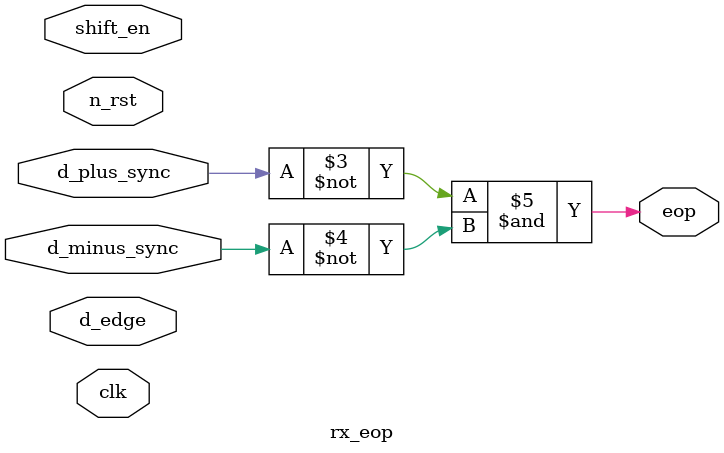
<source format=sv>

module rx_eop (
	input clk, 
	input n_rst, 
	input logic d_plus_sync, 
	input logic d_minus_sync, 
	input logic d_edge, 
	input logic shift_en,
	output logic eop
);
	typedef enum bit [2:0] {IDLE, WAIT, WAIT2, STOP, CHECK1, CHECK2, CHECK3} stateType;
	stateType state, nxt_state;

	always_ff @(posedge clk, negedge n_rst) begin
		if(n_rst == 1'b0)
			state <= IDLE;
		else
			state <= nxt_state;
	end

/*
	always_comb begin
		eop = ~d_plus_sync & ~d_minus_sync; 
		if (~shift_en) 
			nxt_state = state;		
		else begin*/
			/*nxt_state = state;
			eop = 1'b0;
			case(state)
				CHECK2: begin
					if ((d_plus_sync == 1'b0) & (d_minus_sync == 1'b0)) begin
						eop = 1'b1;
						nxt_state = WAIT;
					end
				end
				CHECK1: begin
					if ((d_plus_sync == 1'b1) & (d_minus_sync == 1'b0)) begin
						eop = 1'b1;
						nxt_state = CHECK2;
					end
				end
				default: begin
					if ((d_plus_sync == 1'b0) & (d_minus_sync == 1'b0)) begin
						eop = 1'b1;
						nxt_state = CHECK1;
					end
					else
						nxt_state = IDLE;
				end
			endcase*/
				/*IDLE:	begin 
					if(d_edge == 1'b1)
						nxt_state = CHECK1;
					else nxt_state = IDLE;
				end
				CHECK1:begin  
					if((d_plus_sync == 1'b0) && (d_minus_sync == 1'b0))
						nxt_state = CHECK2;
					else nxt_state = CHECK1;
				end
				CHECK2:begin 
					if((d_plus_sync == 1'b0) && (d_minus_sync == 1'b0))
						nxt_state = CHECK3;
					else nxt_state = CHECK1;
				end
				CHECK3: begin 
					if((d_plus_sync == 1'b1) && (d_minus_sync == 1'b0))
						nxt_state = WAIT;
					else nxt_state = CHECK1;
				end
				WAIT: begin 
					eop = 1'b1;
					nxt_state = WAIT2;
				end
				WAIT2: begin 
					eop = 1'b1;
					nxt_state = STOP;
				end
				STOP: begin 
					eop = 1'b0;
					nxt_state = IDLE;
				end
			endcase*/

			//eop = ~d_plus_sync & ~d_minus_sync;
		/*end
	end*/

	assign eop = ~d_plus_sync & ~d_minus_sync;
endmodule

</source>
